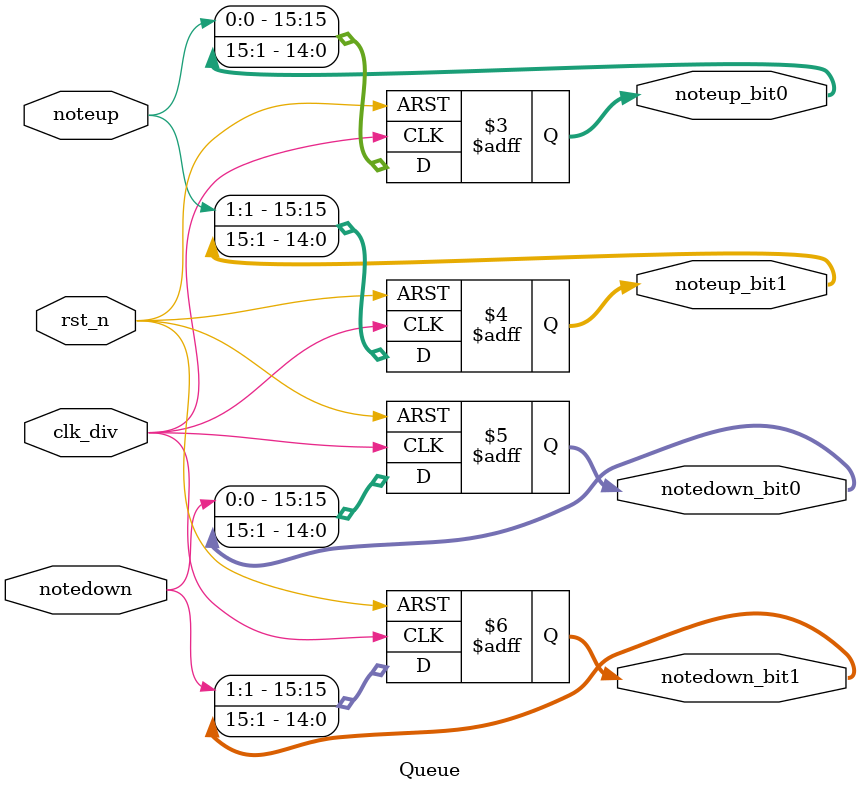
<source format=v>
module Queue(
    input clk_div,
    input [1:0] noteup,
    input [1:0] notedown,
    input rst_n,
    
    output reg [15:0]   noteup_bit0,
    output reg [15:0]   noteup_bit1,
    output reg [15:0]   notedown_bit0,
    output reg [15:0]   notedown_bit1
);

always @(posedge clk_div or negedge rst_n) begin
    if(!rst_n) begin
        noteup_bit0     <= 'd0;
        noteup_bit1     <= 'd0;
        notedown_bit0   <= 'd0;
        notedown_bit1   <= 'd0;
    end else begin
        noteup_bit0     <= {noteup[0],noteup_bit0[15:1]};
        noteup_bit1     <= {noteup[1],noteup_bit1[15:1]};
        notedown_bit0   <= {notedown[0],notedown_bit0[15:1]};
        notedown_bit1   <= {notedown[1],notedown_bit1[15:1]};
    end
end

endmodule
</source>
